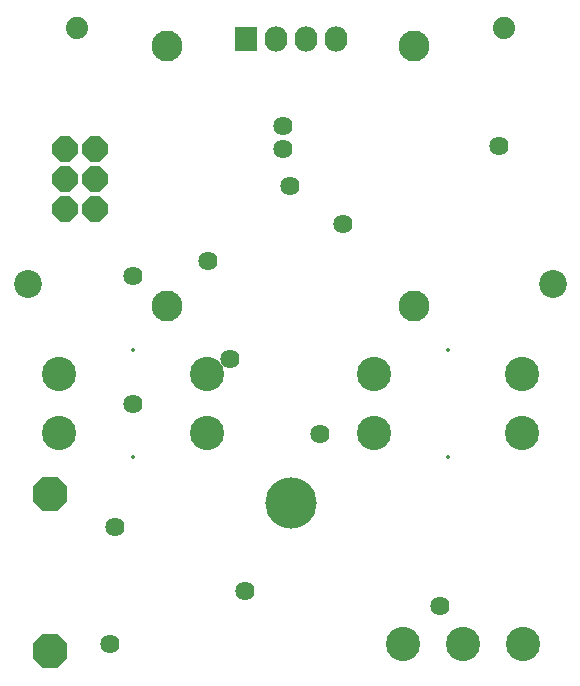
<source format=gbs>
%FSLAX23Y23*%
%MOIN*%
G70*
G01*
G75*
G04 Layer_Color=16711935*
%ADD10C,0.030*%
%ADD11C,0.020*%
%ADD12C,0.012*%
%ADD13C,0.010*%
%ADD14R,0.024X0.047*%
%ADD15R,0.039X0.051*%
%ADD16R,0.110X0.115*%
%ADD17R,0.098X0.091*%
%ADD18R,0.060X0.074*%
%ADD19R,0.080X0.080*%
%ADD20R,0.074X0.060*%
%ADD21R,0.051X0.039*%
%ADD22O,0.053X0.022*%
%ADD23O,0.022X0.053*%
%ADD24R,0.022X0.053*%
%ADD25R,0.026X0.079*%
%ADD26R,0.106X0.033*%
%ADD27R,0.110X0.070*%
%ADD28R,0.050X0.050*%
%ADD29R,0.050X0.050*%
%ADD30R,0.100X0.060*%
%ADD31C,0.015*%
%ADD32C,0.008*%
%ADD33C,0.157*%
%ADD34C,0.100*%
%ADD35P,0.108X8X112.5*%
%ADD36C,0.060*%
%ADD37C,0.089*%
%ADD38P,0.076X8X202.5*%
%ADD39R,0.062X0.070*%
%ADD40O,0.062X0.070*%
%ADD41C,0.079*%
%ADD42C,0.050*%
%ADD43C,0.006*%
%ADD44C,0.008*%
%ADD45C,0.004*%
%ADD46C,0.025*%
%ADD47C,0.024*%
%ADD48C,0.010*%
%ADD49C,0.016*%
%ADD50C,0.012*%
%ADD51C,0.006*%
%ADD52C,0.002*%
%ADD53R,0.098X0.051*%
%ADD54R,0.038X0.061*%
%ADD55R,0.053X0.065*%
%ADD56R,0.124X0.129*%
%ADD57R,0.112X0.105*%
%ADD58R,0.074X0.088*%
%ADD59R,0.094X0.094*%
%ADD60R,0.088X0.074*%
%ADD61R,0.065X0.053*%
%ADD62O,0.067X0.036*%
%ADD63O,0.036X0.067*%
%ADD64R,0.036X0.067*%
%ADD65R,0.040X0.093*%
%ADD66R,0.124X0.084*%
%ADD67R,0.064X0.064*%
%ADD68R,0.064X0.064*%
%ADD69R,0.114X0.074*%
%ADD70C,0.171*%
%ADD71C,0.014*%
%ADD72C,0.114*%
%ADD73P,0.123X8X112.5*%
%ADD74C,0.074*%
%ADD75P,0.091X8X202.5*%
%ADD76C,0.093*%
%ADD77C,0.064*%
%ADD78C,0.103*%
%ADD79R,0.076X0.084*%
%ADD80O,0.076X0.084*%
D70*
X876Y568D02*
D03*
D71*
X350Y724D02*
D03*
Y1079D02*
D03*
X1401Y724D02*
D03*
Y1079D02*
D03*
D72*
X1250Y100D02*
D03*
X1450D02*
D03*
X1650D02*
D03*
X1647Y1000D02*
D03*
X104D02*
D03*
X1155Y803D02*
D03*
X104Y803D02*
D03*
X596D02*
D03*
Y1000D02*
D03*
X1155Y1000D02*
D03*
X1647Y803D02*
D03*
D73*
X75Y600D02*
D03*
Y75D02*
D03*
D74*
X1589Y2154D02*
D03*
X163D02*
D03*
D75*
X225Y1550D02*
D03*
X125D02*
D03*
X225Y1650D02*
D03*
X125D02*
D03*
Y1750D02*
D03*
X225D02*
D03*
D76*
X1750Y1300D02*
D03*
X0D02*
D03*
D77*
X1570Y1760D02*
D03*
X875Y1625D02*
D03*
X850Y1750D02*
D03*
X275Y100D02*
D03*
X350Y900D02*
D03*
X1050Y1500D02*
D03*
X675Y1050D02*
D03*
X975Y800D02*
D03*
X1375Y225D02*
D03*
X725Y275D02*
D03*
X600Y1375D02*
D03*
X850Y1825D02*
D03*
X350Y1325D02*
D03*
X290Y490D02*
D03*
D78*
X463Y2093D02*
D03*
X1289D02*
D03*
Y1227D02*
D03*
X463D02*
D03*
D79*
X726Y2115D02*
D03*
D80*
X826D02*
D03*
X926D02*
D03*
X1026D02*
D03*
M02*

</source>
